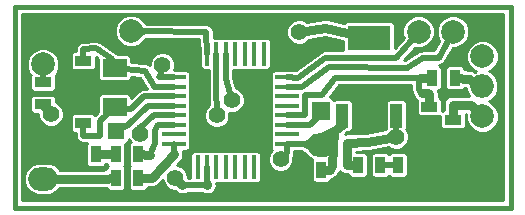
<source format=gtl>
G04 (created by PCBNEW-RS274X (2011-05-25)-stable) date Thu 12 Dec 2013 15:20:29 GMT*
G01*
G70*
G90*
%MOIN*%
G04 Gerber Fmt 3.4, Leading zero omitted, Abs format*
%FSLAX34Y34*%
G04 APERTURE LIST*
%ADD10C,0.006000*%
%ADD11C,0.015000*%
%ADD12R,0.078700X0.017700*%
%ADD13R,0.017700X0.078700*%
%ADD14R,0.080000X0.060000*%
%ADD15R,0.035000X0.055000*%
%ADD16R,0.055000X0.035000*%
%ADD17R,0.055000X0.055000*%
%ADD18C,0.078700*%
%ADD19O,0.098400X0.078700*%
%ADD20R,0.144000X0.080000*%
%ADD21R,0.040000X0.080000*%
%ADD22R,0.078700X0.078700*%
%ADD23O,0.078700X0.078700*%
%ADD24R,0.098400X0.078700*%
%ADD25R,0.059100X0.059100*%
%ADD26C,0.055100*%
%ADD27C,0.031500*%
%ADD28C,0.019700*%
%ADD29C,0.023600*%
%ADD30C,0.010000*%
G04 APERTURE END LIST*
G54D10*
G54D11*
X49016Y-40354D02*
X49016Y-33661D01*
X65551Y-40354D02*
X49016Y-40354D01*
X65551Y-33661D02*
X65551Y-40354D01*
X49016Y-33661D02*
X65551Y-33661D01*
G54D12*
X54324Y-38219D03*
X54324Y-37904D03*
X54324Y-37589D03*
X54324Y-37274D03*
X54324Y-36959D03*
X54324Y-36644D03*
X54324Y-36329D03*
X54324Y-36014D03*
X58090Y-36016D03*
X58090Y-38226D03*
X58090Y-37906D03*
X58090Y-37586D03*
X58090Y-37276D03*
X58090Y-36956D03*
X58090Y-36646D03*
X58090Y-36326D03*
G54D13*
X55108Y-35226D03*
X55422Y-35226D03*
X55738Y-35226D03*
X56052Y-35226D03*
X56368Y-35226D03*
X56682Y-35226D03*
X56998Y-35226D03*
X57312Y-35226D03*
X55110Y-39006D03*
X55420Y-39006D03*
X55740Y-39006D03*
X56050Y-39006D03*
X56360Y-39006D03*
X56680Y-39006D03*
X57000Y-39006D03*
X57320Y-39006D03*
G54D14*
X52346Y-36993D03*
X52346Y-35693D03*
G54D15*
X61202Y-38937D03*
X60452Y-38937D03*
X62932Y-36024D03*
X63682Y-36024D03*
X53131Y-38583D03*
X52381Y-38583D03*
G54D16*
X62834Y-36987D03*
X62834Y-37737D03*
X49961Y-36160D03*
X49961Y-36910D03*
G54D15*
X52381Y-39370D03*
X53131Y-39370D03*
X51714Y-38583D03*
X50964Y-38583D03*
G54D16*
X51299Y-37540D03*
X51299Y-36790D03*
X51299Y-35452D03*
X51299Y-36202D03*
X63622Y-37420D03*
X63622Y-38170D03*
G54D15*
X59233Y-39094D03*
X58483Y-39094D03*
X61790Y-38937D03*
X62540Y-38937D03*
G54D17*
X52402Y-37795D03*
G54D18*
X63622Y-34488D03*
X62480Y-34488D03*
G54D19*
X59260Y-38256D03*
G54D18*
X52898Y-34461D03*
G54D20*
X60827Y-34684D03*
G54D21*
X60827Y-37284D03*
X61727Y-37284D03*
X59927Y-37284D03*
G54D22*
X64606Y-38311D03*
G54D18*
X64606Y-37311D03*
G54D23*
X64606Y-36311D03*
G54D18*
X64606Y-35311D03*
G54D24*
X49961Y-34579D03*
G54D18*
X49961Y-35579D03*
G54D24*
X49961Y-38398D03*
G54D19*
X49961Y-39398D03*
G54D25*
X59213Y-37126D03*
G54D26*
X61732Y-37992D03*
X56260Y-36772D03*
X55748Y-37283D03*
X58492Y-34500D03*
X57874Y-38740D03*
X53205Y-37886D03*
X53937Y-35591D03*
X57890Y-34969D03*
X58913Y-35059D03*
X50827Y-34567D03*
X53661Y-35000D03*
X54646Y-35472D03*
X57874Y-39449D03*
X54370Y-39370D03*
X50224Y-37236D03*
G54D27*
X63622Y-37420D02*
X63622Y-36929D01*
X63622Y-36929D02*
X64224Y-36929D01*
X64224Y-36929D02*
X64606Y-37311D01*
G54D28*
X61732Y-37992D02*
X61727Y-37948D01*
G54D27*
X60452Y-38937D02*
X60082Y-38937D01*
X60079Y-38189D02*
X60768Y-38169D01*
X60082Y-38937D02*
X60079Y-38189D01*
X60768Y-38169D02*
X61732Y-37992D01*
G54D28*
X61727Y-37948D02*
X61727Y-37284D01*
X55395Y-34489D02*
X55422Y-35226D01*
G54D27*
X52898Y-34461D02*
X53227Y-34476D01*
G54D28*
X53227Y-34476D02*
X55395Y-34489D01*
X49961Y-36160D02*
X49961Y-35579D01*
G54D27*
X49961Y-39398D02*
X51936Y-39398D01*
X51936Y-39398D02*
X52381Y-39370D01*
X63682Y-36024D02*
X64173Y-36063D01*
X64594Y-36299D02*
X64606Y-36311D01*
X64173Y-36063D02*
X64594Y-36299D01*
G54D28*
X54324Y-36959D02*
X53469Y-36959D01*
X53469Y-36959D02*
X52779Y-37607D01*
X52779Y-37607D02*
X52402Y-37795D01*
X56052Y-35226D02*
X56052Y-36052D01*
X56052Y-36052D02*
X56260Y-36772D01*
X55738Y-35226D02*
X55738Y-36328D01*
X55738Y-36328D02*
X55748Y-37283D01*
X58090Y-36016D02*
X58465Y-36024D01*
X61738Y-35356D02*
X62480Y-34488D01*
X59362Y-35356D02*
X61738Y-35356D01*
X58465Y-36024D02*
X59362Y-35356D01*
X58090Y-36326D02*
X58583Y-36339D01*
X58583Y-36339D02*
X59488Y-35669D01*
X59488Y-35669D02*
X62100Y-35696D01*
X62100Y-35696D02*
X62638Y-35354D01*
X62638Y-35354D02*
X63150Y-35354D01*
X63150Y-35354D02*
X63622Y-34488D01*
X59260Y-38256D02*
X59488Y-38228D01*
X59488Y-38228D02*
X59626Y-38366D01*
G54D27*
X59370Y-34370D02*
X58492Y-34500D01*
X60827Y-34684D02*
X59370Y-34370D01*
G54D28*
X58090Y-38226D02*
X58090Y-38524D01*
X58090Y-38524D02*
X57874Y-38740D01*
X54324Y-36014D02*
X53828Y-36014D01*
X53858Y-35984D02*
X53937Y-35591D01*
X53828Y-36014D02*
X53858Y-35984D01*
X54324Y-37274D02*
X53644Y-37274D01*
X53644Y-37274D02*
X53205Y-37713D01*
G54D27*
X53205Y-37713D02*
X53205Y-37886D01*
G54D28*
X58581Y-38226D02*
X58090Y-38226D01*
G54D27*
X59646Y-37795D02*
X58741Y-38228D01*
G54D28*
X58741Y-38228D02*
X58581Y-38226D01*
G54D27*
X59526Y-39093D02*
X59233Y-39094D01*
X59606Y-38937D02*
X59526Y-39093D01*
X59626Y-38366D02*
X59606Y-38937D01*
X59646Y-37795D02*
X59626Y-38366D01*
X59927Y-37284D02*
X59927Y-37593D01*
X59927Y-37593D02*
X59646Y-37795D01*
G54D29*
X57890Y-34969D02*
X57991Y-34921D01*
G54D28*
X57991Y-34921D02*
X58913Y-35059D01*
G54D27*
X50964Y-38583D02*
X50527Y-38583D01*
X50527Y-38583D02*
X50342Y-38398D01*
G54D28*
X49961Y-38398D02*
X50342Y-38398D01*
G54D27*
X50342Y-38398D02*
X50709Y-37756D01*
G54D28*
X50709Y-36379D02*
X50709Y-37756D01*
X50709Y-35303D02*
X50709Y-35354D01*
X51299Y-36456D02*
X51299Y-36790D01*
G54D27*
X53661Y-35000D02*
X53740Y-34921D01*
X53740Y-34921D02*
X53465Y-35157D01*
G54D28*
X53465Y-35157D02*
X52480Y-35157D01*
X52480Y-35157D02*
X51890Y-34567D01*
G54D27*
X51890Y-34567D02*
X50827Y-34567D01*
G54D28*
X51299Y-36456D02*
X51299Y-36202D01*
G54D27*
X51339Y-36496D02*
X51299Y-36456D01*
X50709Y-36379D02*
X50826Y-36496D01*
X50826Y-36496D02*
X51339Y-36496D01*
G54D28*
X50709Y-35157D02*
X50709Y-35354D01*
X50709Y-35354D02*
X50709Y-36379D01*
X50827Y-34567D02*
X50709Y-35157D01*
G54D27*
X54646Y-35472D02*
X54331Y-34921D01*
X54331Y-34921D02*
X53661Y-35000D01*
G54D28*
X55108Y-35226D02*
X54656Y-35226D01*
G54D27*
X54656Y-35226D02*
X54646Y-35472D01*
G54D28*
X58483Y-39094D02*
X57874Y-39449D01*
X57874Y-39449D02*
X57638Y-39606D01*
X57638Y-39606D02*
X57323Y-39606D01*
X57323Y-39606D02*
X57320Y-39006D01*
G54D27*
X63071Y-38307D02*
X62283Y-38307D01*
X62283Y-38307D02*
X62244Y-38268D01*
G54D28*
X62244Y-38268D02*
X62244Y-36614D01*
X62244Y-36614D02*
X62087Y-36457D01*
G54D27*
X62087Y-36457D02*
X60905Y-36457D01*
X60905Y-36457D02*
X60827Y-36535D01*
X60827Y-36535D02*
X60827Y-37284D01*
G54D28*
X62834Y-37737D02*
X62834Y-38031D01*
X63071Y-38268D02*
X63071Y-38307D01*
X63071Y-38307D02*
X63071Y-38622D01*
X62834Y-38031D02*
X63071Y-38268D01*
G54D27*
X64173Y-38622D02*
X63622Y-38622D01*
X64484Y-38311D02*
X64173Y-38622D01*
X64606Y-38311D02*
X64484Y-38311D01*
G54D28*
X63622Y-38170D02*
X63622Y-38622D01*
G54D27*
X62913Y-38937D02*
X62540Y-38937D01*
X63071Y-38622D02*
X62913Y-38937D01*
X63622Y-38622D02*
X63071Y-38622D01*
X52381Y-38583D02*
X51714Y-38583D01*
G54D28*
X61790Y-38937D02*
X61202Y-38937D01*
G54D27*
X53131Y-38583D02*
X53535Y-38606D01*
G54D28*
X53535Y-38606D02*
X53676Y-38185D01*
X53676Y-38185D02*
X53701Y-37756D01*
X53701Y-37756D02*
X53780Y-37598D01*
X53780Y-37598D02*
X54324Y-37589D01*
X51299Y-35452D02*
X51299Y-35079D01*
X52244Y-35394D02*
X52346Y-35693D01*
X51732Y-35039D02*
X52244Y-35394D01*
X51299Y-35079D02*
X51732Y-35039D01*
X54324Y-36329D02*
X53671Y-36329D01*
X53346Y-35787D02*
X52346Y-35693D01*
X53642Y-36300D02*
X53346Y-35787D01*
X53671Y-36329D02*
X53642Y-36300D01*
X58090Y-37276D02*
X58697Y-37280D01*
X59685Y-36024D02*
X62520Y-36024D01*
X58701Y-36614D02*
X59252Y-36614D01*
X59252Y-36614D02*
X59685Y-36024D01*
X58697Y-37280D02*
X58701Y-36614D01*
G54D27*
X62834Y-36987D02*
X62834Y-36575D01*
X62834Y-36575D02*
X62794Y-36535D01*
X62794Y-36535D02*
X62598Y-36535D01*
G54D28*
X62598Y-36535D02*
X62480Y-36417D01*
X62480Y-36417D02*
X62480Y-36064D01*
G54D27*
X62480Y-36064D02*
X62520Y-36024D01*
X62520Y-36024D02*
X62932Y-36024D01*
G54D28*
X55420Y-39006D02*
X55433Y-39567D01*
G54D27*
X55433Y-39567D02*
X55434Y-39606D01*
G54D28*
X55434Y-39606D02*
X54606Y-39606D01*
G54D27*
X54606Y-39606D02*
X54370Y-39370D01*
G54D28*
X49961Y-37008D02*
X49961Y-36910D01*
X50224Y-37236D02*
X49961Y-37008D01*
X58090Y-37586D02*
X58871Y-37586D01*
X59213Y-37244D02*
X59213Y-37126D01*
X58871Y-37586D02*
X59213Y-37244D01*
G54D27*
X53131Y-39370D02*
X53583Y-39370D01*
G54D28*
X54331Y-38583D02*
X54324Y-38219D01*
G54D27*
X53583Y-39370D02*
X54331Y-38583D01*
G54D28*
X51299Y-37540D02*
X51299Y-37953D01*
X51850Y-37462D02*
X52346Y-36993D01*
X51850Y-37953D02*
X51850Y-37462D01*
X51299Y-37953D02*
X51850Y-37953D01*
X54324Y-36644D02*
X53317Y-36644D01*
X52894Y-37067D02*
X52346Y-36993D01*
X53317Y-36644D02*
X52894Y-37067D01*
G54D10*
G36*
X65304Y-40107D02*
X65148Y-40107D01*
X65148Y-37420D01*
X65148Y-37204D01*
X65066Y-37005D01*
X64914Y-36852D01*
X64815Y-36810D01*
X64907Y-36773D01*
X65057Y-36624D01*
X65139Y-36428D01*
X65139Y-36216D01*
X65139Y-36196D01*
X65058Y-36000D01*
X64909Y-35850D01*
X64815Y-35810D01*
X64912Y-35771D01*
X65065Y-35619D01*
X65148Y-35420D01*
X65148Y-35204D01*
X65066Y-35005D01*
X64914Y-34852D01*
X64715Y-34769D01*
X64499Y-34769D01*
X64300Y-34851D01*
X64147Y-35003D01*
X64064Y-35202D01*
X64064Y-35418D01*
X64146Y-35617D01*
X64298Y-35770D01*
X64396Y-35811D01*
X64370Y-35821D01*
X64323Y-35795D01*
X64315Y-35792D01*
X64311Y-35789D01*
X64266Y-35776D01*
X64210Y-35758D01*
X64202Y-35758D01*
X64197Y-35757D01*
X64006Y-35741D01*
X64006Y-35719D01*
X63983Y-35664D01*
X63941Y-35622D01*
X63886Y-35600D01*
X63827Y-35600D01*
X63477Y-35600D01*
X63422Y-35623D01*
X63380Y-35665D01*
X63358Y-35720D01*
X63358Y-35779D01*
X63358Y-36329D01*
X63381Y-36384D01*
X63423Y-36426D01*
X63478Y-36448D01*
X63537Y-36448D01*
X63887Y-36448D01*
X63942Y-36425D01*
X63984Y-36383D01*
X63994Y-36356D01*
X64073Y-36363D01*
X64073Y-36406D01*
X64073Y-36426D01*
X64154Y-36622D01*
X63622Y-36622D01*
X63505Y-36645D01*
X63405Y-36712D01*
X63338Y-36812D01*
X63315Y-36929D01*
X63315Y-37096D01*
X63262Y-37119D01*
X63258Y-37123D01*
X63258Y-36782D01*
X63235Y-36727D01*
X63193Y-36685D01*
X63141Y-36664D01*
X63141Y-36575D01*
X63118Y-36458D01*
X63117Y-36457D01*
X63111Y-36448D01*
X63137Y-36448D01*
X63192Y-36425D01*
X63234Y-36383D01*
X63256Y-36328D01*
X63256Y-36269D01*
X63256Y-35719D01*
X63233Y-35664D01*
X63191Y-35622D01*
X63141Y-35602D01*
X63150Y-35602D01*
X63188Y-35594D01*
X63220Y-35591D01*
X63229Y-35586D01*
X63245Y-35583D01*
X63274Y-35563D01*
X63306Y-35547D01*
X63315Y-35535D01*
X63325Y-35529D01*
X63341Y-35504D01*
X63368Y-35473D01*
X63609Y-35030D01*
X63729Y-35030D01*
X63928Y-34948D01*
X64081Y-34796D01*
X64164Y-34597D01*
X64164Y-34381D01*
X64082Y-34182D01*
X63930Y-34029D01*
X63731Y-33946D01*
X63515Y-33946D01*
X63316Y-34028D01*
X63163Y-34180D01*
X63080Y-34379D01*
X63080Y-34595D01*
X63162Y-34794D01*
X63168Y-34800D01*
X63002Y-35106D01*
X62638Y-35106D01*
X62614Y-35110D01*
X62595Y-35110D01*
X62570Y-35119D01*
X62543Y-35125D01*
X62524Y-35137D01*
X62505Y-35145D01*
X62029Y-35447D01*
X61986Y-35446D01*
X62350Y-35021D01*
X62371Y-35030D01*
X62587Y-35030D01*
X62786Y-34948D01*
X62939Y-34796D01*
X63022Y-34597D01*
X63022Y-34381D01*
X62940Y-34182D01*
X62788Y-34029D01*
X62589Y-33946D01*
X62373Y-33946D01*
X62174Y-34028D01*
X62021Y-34180D01*
X61938Y-34379D01*
X61938Y-34595D01*
X61978Y-34692D01*
X61696Y-35022D01*
X61696Y-34254D01*
X61673Y-34199D01*
X61631Y-34157D01*
X61576Y-34135D01*
X61517Y-34135D01*
X60077Y-34135D01*
X60022Y-34158D01*
X59989Y-34190D01*
X59444Y-34072D01*
X59435Y-34070D01*
X59370Y-34068D01*
X59325Y-34067D01*
X59317Y-34068D01*
X59316Y-34068D01*
X59314Y-34068D01*
X58745Y-34152D01*
X58733Y-34140D01*
X58577Y-34075D01*
X58408Y-34075D01*
X58252Y-34139D01*
X58132Y-34259D01*
X58067Y-34415D01*
X58067Y-34584D01*
X58131Y-34740D01*
X58251Y-34860D01*
X58407Y-34925D01*
X58576Y-34925D01*
X58732Y-34861D01*
X58832Y-34760D01*
X59360Y-34681D01*
X59958Y-34811D01*
X59958Y-35108D01*
X59362Y-35108D01*
X59333Y-35113D01*
X59301Y-35115D01*
X59282Y-35123D01*
X59267Y-35127D01*
X59245Y-35141D01*
X59213Y-35157D01*
X58385Y-35774D01*
X58095Y-35768D01*
X58033Y-35779D01*
X57667Y-35779D01*
X57612Y-35802D01*
X57570Y-35844D01*
X57549Y-35896D01*
X57549Y-35648D01*
X57549Y-35589D01*
X57549Y-34803D01*
X57526Y-34748D01*
X57484Y-34706D01*
X57429Y-34684D01*
X57370Y-34684D01*
X57194Y-34684D01*
X57155Y-34700D01*
X57115Y-34684D01*
X57056Y-34684D01*
X56880Y-34684D01*
X56840Y-34700D01*
X56799Y-34684D01*
X56740Y-34684D01*
X56564Y-34684D01*
X56525Y-34700D01*
X56485Y-34684D01*
X56426Y-34684D01*
X56250Y-34684D01*
X56210Y-34700D01*
X56169Y-34684D01*
X56110Y-34684D01*
X55934Y-34684D01*
X55895Y-34700D01*
X55855Y-34684D01*
X55796Y-34684D01*
X55650Y-34684D01*
X55643Y-34489D01*
X55643Y-34480D01*
X55633Y-34439D01*
X55624Y-34394D01*
X55620Y-34389D01*
X55620Y-34386D01*
X55608Y-34369D01*
X55571Y-34313D01*
X55563Y-34308D01*
X55491Y-34259D01*
X55482Y-34257D01*
X55479Y-34256D01*
X55396Y-34239D01*
X53398Y-34228D01*
X53384Y-34218D01*
X53358Y-34155D01*
X53206Y-34002D01*
X53007Y-33919D01*
X52791Y-33919D01*
X52592Y-34001D01*
X52439Y-34153D01*
X52356Y-34352D01*
X52356Y-34568D01*
X52438Y-34767D01*
X52590Y-34920D01*
X52789Y-35003D01*
X53005Y-35003D01*
X53204Y-34921D01*
X53357Y-34769D01*
X53367Y-34742D01*
X53397Y-34724D01*
X55155Y-34733D01*
X55174Y-35235D01*
X55185Y-35279D01*
X55185Y-35649D01*
X55208Y-35704D01*
X55250Y-35746D01*
X55305Y-35768D01*
X55364Y-35768D01*
X55490Y-35768D01*
X55490Y-36328D01*
X55490Y-36329D01*
X55490Y-36331D01*
X55496Y-36933D01*
X55388Y-37042D01*
X55323Y-37198D01*
X55323Y-37367D01*
X55387Y-37523D01*
X55507Y-37643D01*
X55663Y-37708D01*
X55832Y-37708D01*
X55988Y-37644D01*
X56108Y-37524D01*
X56173Y-37368D01*
X56173Y-37199D01*
X56171Y-37195D01*
X56175Y-37197D01*
X56344Y-37197D01*
X56500Y-37133D01*
X56620Y-37013D01*
X56685Y-36857D01*
X56685Y-36688D01*
X56621Y-36532D01*
X56501Y-36412D01*
X56402Y-36370D01*
X56300Y-36017D01*
X56300Y-35768D01*
X56310Y-35768D01*
X56486Y-35768D01*
X56524Y-35751D01*
X56565Y-35768D01*
X56624Y-35768D01*
X56800Y-35768D01*
X56839Y-35751D01*
X56881Y-35768D01*
X56940Y-35768D01*
X57116Y-35768D01*
X57154Y-35751D01*
X57195Y-35768D01*
X57254Y-35768D01*
X57430Y-35768D01*
X57485Y-35745D01*
X57527Y-35703D01*
X57549Y-35648D01*
X57549Y-35896D01*
X57548Y-35899D01*
X57548Y-35958D01*
X57548Y-36134D01*
X57563Y-36170D01*
X57548Y-36209D01*
X57548Y-36268D01*
X57548Y-36444D01*
X57565Y-36485D01*
X57548Y-36529D01*
X57548Y-36588D01*
X57548Y-36764D01*
X57563Y-36800D01*
X57548Y-36839D01*
X57548Y-36898D01*
X57548Y-37074D01*
X57565Y-37115D01*
X57548Y-37159D01*
X57548Y-37218D01*
X57548Y-37394D01*
X57563Y-37430D01*
X57548Y-37469D01*
X57548Y-37528D01*
X57548Y-37704D01*
X57565Y-37745D01*
X57548Y-37789D01*
X57548Y-37848D01*
X57548Y-38024D01*
X57565Y-38065D01*
X57548Y-38109D01*
X57548Y-38168D01*
X57548Y-38344D01*
X57571Y-38399D01*
X57592Y-38420D01*
X57514Y-38499D01*
X57449Y-38655D01*
X57449Y-38824D01*
X57513Y-38980D01*
X57633Y-39100D01*
X57789Y-39165D01*
X57958Y-39165D01*
X58114Y-39101D01*
X58234Y-38981D01*
X58299Y-38825D01*
X58299Y-38656D01*
X58297Y-38651D01*
X58319Y-38619D01*
X58337Y-38524D01*
X58338Y-38524D01*
X58338Y-38474D01*
X58565Y-38474D01*
X58639Y-38517D01*
X58683Y-38523D01*
X58697Y-38557D01*
X58846Y-38707D01*
X58928Y-38741D01*
X58909Y-38790D01*
X58909Y-38849D01*
X58909Y-39399D01*
X58932Y-39454D01*
X58974Y-39496D01*
X59029Y-39518D01*
X59088Y-39518D01*
X59438Y-39518D01*
X59493Y-39495D01*
X59535Y-39453D01*
X59557Y-39398D01*
X59557Y-39394D01*
X59578Y-39389D01*
X59620Y-39385D01*
X59629Y-39379D01*
X59644Y-39377D01*
X59682Y-39350D01*
X59726Y-39327D01*
X59735Y-39314D01*
X59744Y-39309D01*
X59766Y-39274D01*
X59799Y-39233D01*
X59810Y-39209D01*
X59850Y-39133D01*
X59865Y-39155D01*
X59925Y-39194D01*
X59965Y-39221D01*
X59966Y-39221D01*
X60082Y-39244D01*
X60083Y-39244D01*
X60128Y-39244D01*
X60151Y-39297D01*
X60193Y-39339D01*
X60248Y-39361D01*
X60307Y-39361D01*
X60657Y-39361D01*
X60712Y-39338D01*
X60754Y-39296D01*
X60776Y-39241D01*
X60776Y-39182D01*
X60776Y-38632D01*
X60753Y-38577D01*
X60711Y-38535D01*
X60656Y-38513D01*
X60597Y-38513D01*
X60387Y-38513D01*
X60387Y-38486D01*
X60777Y-38475D01*
X60796Y-38470D01*
X60823Y-38471D01*
X61487Y-38348D01*
X61491Y-38352D01*
X61647Y-38417D01*
X61816Y-38417D01*
X61972Y-38353D01*
X62092Y-38233D01*
X62157Y-38077D01*
X62157Y-37908D01*
X62093Y-37752D01*
X62069Y-37728D01*
X62076Y-37713D01*
X62076Y-37654D01*
X62076Y-36854D01*
X62053Y-36799D01*
X62011Y-36757D01*
X61956Y-36735D01*
X61897Y-36735D01*
X61497Y-36735D01*
X61442Y-36758D01*
X61400Y-36800D01*
X61378Y-36855D01*
X61378Y-36914D01*
X61378Y-37714D01*
X61387Y-37735D01*
X61378Y-37744D01*
X60736Y-37862D01*
X60070Y-37882D01*
X60040Y-37888D01*
X60106Y-37842D01*
X60114Y-37833D01*
X60157Y-37833D01*
X60212Y-37810D01*
X60254Y-37768D01*
X60276Y-37713D01*
X60276Y-37654D01*
X60276Y-36854D01*
X60253Y-36799D01*
X60211Y-36757D01*
X60156Y-36735D01*
X60097Y-36735D01*
X59697Y-36735D01*
X59642Y-36758D01*
X59639Y-36760D01*
X59634Y-36746D01*
X59592Y-36704D01*
X59537Y-36682D01*
X59510Y-36682D01*
X59811Y-36272D01*
X62232Y-36272D01*
X62232Y-36417D01*
X62251Y-36512D01*
X62301Y-36586D01*
X62314Y-36652D01*
X62381Y-36752D01*
X62413Y-36773D01*
X62410Y-36783D01*
X62410Y-36842D01*
X62410Y-37192D01*
X62433Y-37247D01*
X62475Y-37289D01*
X62530Y-37311D01*
X62589Y-37311D01*
X63139Y-37311D01*
X63194Y-37288D01*
X63198Y-37284D01*
X63198Y-37625D01*
X63221Y-37680D01*
X63263Y-37722D01*
X63318Y-37744D01*
X63377Y-37744D01*
X63927Y-37744D01*
X63982Y-37721D01*
X64024Y-37679D01*
X64046Y-37624D01*
X64046Y-37565D01*
X64046Y-37236D01*
X64064Y-37236D01*
X64064Y-37418D01*
X64146Y-37617D01*
X64298Y-37770D01*
X64497Y-37853D01*
X64713Y-37853D01*
X64912Y-37771D01*
X65065Y-37619D01*
X65148Y-37420D01*
X65148Y-40107D01*
X62114Y-40107D01*
X62114Y-39241D01*
X62114Y-39182D01*
X62114Y-38632D01*
X62091Y-38577D01*
X62049Y-38535D01*
X61994Y-38513D01*
X61935Y-38513D01*
X61585Y-38513D01*
X61530Y-38536D01*
X61496Y-38570D01*
X61461Y-38535D01*
X61406Y-38513D01*
X61347Y-38513D01*
X60997Y-38513D01*
X60942Y-38536D01*
X60900Y-38578D01*
X60878Y-38633D01*
X60878Y-38692D01*
X60878Y-39242D01*
X60901Y-39297D01*
X60943Y-39339D01*
X60998Y-39361D01*
X61057Y-39361D01*
X61407Y-39361D01*
X61462Y-39338D01*
X61496Y-39304D01*
X61531Y-39339D01*
X61586Y-39361D01*
X61645Y-39361D01*
X61995Y-39361D01*
X62050Y-39338D01*
X62092Y-39296D01*
X62114Y-39241D01*
X62114Y-40107D01*
X57237Y-40107D01*
X57237Y-39428D01*
X57237Y-39369D01*
X57237Y-38583D01*
X57214Y-38528D01*
X57172Y-38486D01*
X57117Y-38464D01*
X57058Y-38464D01*
X56882Y-38464D01*
X56840Y-38481D01*
X56797Y-38464D01*
X56738Y-38464D01*
X56562Y-38464D01*
X56520Y-38481D01*
X56477Y-38464D01*
X56418Y-38464D01*
X56242Y-38464D01*
X56205Y-38479D01*
X56167Y-38464D01*
X56108Y-38464D01*
X55932Y-38464D01*
X55895Y-38479D01*
X55857Y-38464D01*
X55798Y-38464D01*
X55622Y-38464D01*
X55580Y-38481D01*
X55537Y-38464D01*
X55478Y-38464D01*
X55302Y-38464D01*
X55265Y-38479D01*
X55227Y-38464D01*
X55168Y-38464D01*
X54992Y-38464D01*
X54937Y-38487D01*
X54895Y-38529D01*
X54873Y-38584D01*
X54873Y-38643D01*
X54873Y-39358D01*
X54795Y-39358D01*
X54795Y-39286D01*
X54731Y-39130D01*
X54611Y-39010D01*
X54455Y-38945D01*
X54409Y-38945D01*
X54553Y-38794D01*
X54616Y-38694D01*
X54637Y-38575D01*
X54610Y-38457D01*
X54609Y-38456D01*
X54747Y-38456D01*
X54802Y-38433D01*
X54844Y-38391D01*
X54866Y-38336D01*
X54866Y-38277D01*
X54866Y-38101D01*
X54849Y-38061D01*
X54866Y-38021D01*
X54866Y-37962D01*
X54866Y-37786D01*
X54849Y-37746D01*
X54866Y-37706D01*
X54866Y-37647D01*
X54866Y-37471D01*
X54849Y-37431D01*
X54866Y-37391D01*
X54866Y-37332D01*
X54866Y-37156D01*
X54849Y-37116D01*
X54866Y-37076D01*
X54866Y-37017D01*
X54866Y-36841D01*
X54849Y-36801D01*
X54866Y-36761D01*
X54866Y-36702D01*
X54866Y-36526D01*
X54849Y-36486D01*
X54866Y-36446D01*
X54866Y-36387D01*
X54866Y-36211D01*
X54849Y-36171D01*
X54866Y-36131D01*
X54866Y-36072D01*
X54866Y-35896D01*
X54843Y-35841D01*
X54801Y-35799D01*
X54746Y-35777D01*
X54687Y-35777D01*
X54379Y-35777D01*
X54324Y-35766D01*
X54362Y-35676D01*
X54362Y-35507D01*
X54298Y-35351D01*
X54178Y-35231D01*
X54022Y-35166D01*
X53853Y-35166D01*
X53697Y-35230D01*
X53577Y-35350D01*
X53512Y-35506D01*
X53512Y-35607D01*
X53497Y-35590D01*
X53476Y-35580D01*
X53462Y-35568D01*
X53435Y-35560D01*
X53410Y-35548D01*
X53387Y-35546D01*
X53369Y-35541D01*
X52895Y-35495D01*
X52895Y-35363D01*
X52872Y-35308D01*
X52830Y-35266D01*
X52775Y-35244D01*
X52716Y-35244D01*
X52438Y-35244D01*
X52438Y-35243D01*
X52430Y-35230D01*
X52408Y-35213D01*
X52385Y-35190D01*
X51873Y-34835D01*
X51837Y-34820D01*
X51805Y-34802D01*
X51792Y-34800D01*
X51784Y-34797D01*
X51753Y-34796D01*
X51708Y-34792D01*
X51276Y-34832D01*
X51240Y-34842D01*
X51204Y-34850D01*
X51194Y-34856D01*
X51183Y-34860D01*
X51155Y-34883D01*
X51124Y-34904D01*
X51116Y-34914D01*
X51109Y-34921D01*
X51093Y-34949D01*
X51070Y-34984D01*
X51067Y-34995D01*
X51062Y-35006D01*
X51058Y-35043D01*
X51051Y-35079D01*
X51051Y-35128D01*
X50994Y-35128D01*
X50939Y-35151D01*
X50897Y-35193D01*
X50875Y-35248D01*
X50875Y-35307D01*
X50875Y-35657D01*
X50898Y-35712D01*
X50940Y-35754D01*
X50995Y-35776D01*
X51054Y-35776D01*
X51604Y-35776D01*
X51659Y-35753D01*
X51701Y-35711D01*
X51723Y-35656D01*
X51723Y-35597D01*
X51723Y-35334D01*
X51797Y-35385D01*
X51797Y-35423D01*
X51797Y-36023D01*
X51820Y-36078D01*
X51862Y-36120D01*
X51917Y-36142D01*
X51976Y-36142D01*
X52776Y-36142D01*
X52831Y-36119D01*
X52873Y-36077D01*
X52895Y-36022D01*
X52895Y-35993D01*
X53195Y-36022D01*
X53410Y-36396D01*
X53317Y-36396D01*
X53222Y-36415D01*
X53141Y-36469D01*
X52895Y-36715D01*
X52895Y-36663D01*
X52872Y-36608D01*
X52830Y-36566D01*
X52775Y-36544D01*
X52716Y-36544D01*
X51916Y-36544D01*
X51861Y-36567D01*
X51819Y-36609D01*
X51797Y-36664D01*
X51797Y-36723D01*
X51797Y-37171D01*
X51691Y-37271D01*
X51658Y-37238D01*
X51603Y-37216D01*
X51544Y-37216D01*
X50994Y-37216D01*
X50939Y-37239D01*
X50897Y-37281D01*
X50875Y-37336D01*
X50875Y-37395D01*
X50875Y-37745D01*
X50898Y-37800D01*
X50940Y-37842D01*
X50995Y-37864D01*
X51051Y-37864D01*
X51051Y-37953D01*
X51070Y-38048D01*
X51124Y-38128D01*
X51204Y-38182D01*
X51299Y-38201D01*
X51435Y-38201D01*
X51412Y-38224D01*
X51390Y-38279D01*
X51390Y-38338D01*
X51390Y-38888D01*
X51413Y-38943D01*
X51455Y-38985D01*
X51510Y-39007D01*
X51569Y-39007D01*
X51919Y-39007D01*
X51974Y-38984D01*
X52016Y-38942D01*
X52036Y-38890D01*
X52057Y-38890D01*
X52080Y-38943D01*
X52113Y-38976D01*
X52079Y-39011D01*
X52057Y-39066D01*
X52057Y-39083D01*
X51932Y-39091D01*
X50649Y-39091D01*
X50649Y-37321D01*
X50649Y-37152D01*
X50585Y-36996D01*
X50503Y-36914D01*
X50503Y-35688D01*
X50503Y-35472D01*
X50421Y-35273D01*
X50269Y-35120D01*
X50070Y-35037D01*
X49854Y-35037D01*
X49655Y-35119D01*
X49502Y-35271D01*
X49419Y-35470D01*
X49419Y-35686D01*
X49501Y-35885D01*
X49546Y-35931D01*
X49537Y-35956D01*
X49537Y-36015D01*
X49537Y-36365D01*
X49560Y-36420D01*
X49602Y-36462D01*
X49657Y-36484D01*
X49716Y-36484D01*
X50266Y-36484D01*
X50321Y-36461D01*
X50363Y-36419D01*
X50385Y-36364D01*
X50385Y-36305D01*
X50385Y-35955D01*
X50375Y-35931D01*
X50420Y-35887D01*
X50503Y-35688D01*
X50503Y-36914D01*
X50465Y-36876D01*
X50385Y-36842D01*
X50385Y-36705D01*
X50362Y-36650D01*
X50320Y-36608D01*
X50265Y-36586D01*
X50206Y-36586D01*
X49656Y-36586D01*
X49601Y-36609D01*
X49559Y-36651D01*
X49537Y-36706D01*
X49537Y-36765D01*
X49537Y-37115D01*
X49560Y-37170D01*
X49602Y-37212D01*
X49657Y-37234D01*
X49716Y-37234D01*
X49799Y-37234D01*
X49799Y-37320D01*
X49863Y-37476D01*
X49983Y-37596D01*
X50139Y-37661D01*
X50308Y-37661D01*
X50464Y-37597D01*
X50584Y-37477D01*
X50649Y-37321D01*
X50649Y-39091D01*
X50518Y-39091D01*
X50375Y-38947D01*
X50179Y-38865D01*
X49967Y-38865D01*
X49745Y-38865D01*
X49549Y-38946D01*
X49399Y-39095D01*
X49317Y-39291D01*
X49317Y-39503D01*
X49398Y-39699D01*
X49547Y-39849D01*
X49743Y-39931D01*
X49955Y-39931D01*
X50177Y-39931D01*
X50373Y-39850D01*
X50518Y-39705D01*
X51936Y-39705D01*
X51946Y-39702D01*
X51955Y-39704D01*
X52066Y-39696D01*
X52080Y-39730D01*
X52122Y-39772D01*
X52177Y-39794D01*
X52236Y-39794D01*
X52586Y-39794D01*
X52641Y-39771D01*
X52683Y-39729D01*
X52705Y-39674D01*
X52705Y-39615D01*
X52705Y-39065D01*
X52682Y-39010D01*
X52648Y-38976D01*
X52683Y-38942D01*
X52705Y-38887D01*
X52705Y-38828D01*
X52705Y-38278D01*
X52682Y-38223D01*
X52678Y-38219D01*
X52707Y-38219D01*
X52762Y-38196D01*
X52804Y-38154D01*
X52826Y-38099D01*
X52826Y-38082D01*
X52844Y-38126D01*
X52891Y-38173D01*
X52871Y-38182D01*
X52829Y-38224D01*
X52807Y-38279D01*
X52807Y-38338D01*
X52807Y-38888D01*
X52830Y-38943D01*
X52863Y-38976D01*
X52829Y-39011D01*
X52807Y-39066D01*
X52807Y-39125D01*
X52807Y-39675D01*
X52830Y-39730D01*
X52872Y-39772D01*
X52927Y-39794D01*
X52986Y-39794D01*
X53336Y-39794D01*
X53391Y-39771D01*
X53433Y-39729D01*
X53453Y-39677D01*
X53583Y-39677D01*
X53586Y-39676D01*
X53591Y-39677D01*
X53637Y-39666D01*
X53700Y-39654D01*
X53704Y-39650D01*
X53708Y-39650D01*
X53747Y-39621D01*
X53800Y-39587D01*
X53802Y-39583D01*
X53806Y-39581D01*
X53945Y-39434D01*
X53945Y-39454D01*
X54009Y-39610D01*
X54129Y-39730D01*
X54285Y-39795D01*
X54360Y-39795D01*
X54388Y-39823D01*
X54487Y-39889D01*
X54605Y-39912D01*
X54724Y-39889D01*
X54776Y-39854D01*
X55262Y-39854D01*
X55324Y-39893D01*
X55442Y-39913D01*
X55558Y-39887D01*
X55657Y-39817D01*
X55721Y-39716D01*
X55741Y-39598D01*
X55740Y-39559D01*
X55737Y-39548D01*
X55858Y-39548D01*
X55894Y-39532D01*
X55933Y-39548D01*
X55992Y-39548D01*
X56168Y-39548D01*
X56204Y-39532D01*
X56243Y-39548D01*
X56302Y-39548D01*
X56478Y-39548D01*
X56519Y-39530D01*
X56563Y-39548D01*
X56622Y-39548D01*
X56798Y-39548D01*
X56839Y-39530D01*
X56883Y-39548D01*
X56942Y-39548D01*
X57118Y-39548D01*
X57173Y-39525D01*
X57215Y-39483D01*
X57237Y-39428D01*
X57237Y-40107D01*
X49263Y-40107D01*
X49263Y-33908D01*
X65304Y-33908D01*
X65304Y-40107D01*
X65304Y-40107D01*
G37*
G54D30*
X65304Y-40107D02*
X65148Y-40107D01*
X65148Y-37420D01*
X65148Y-37204D01*
X65066Y-37005D01*
X64914Y-36852D01*
X64815Y-36810D01*
X64907Y-36773D01*
X65057Y-36624D01*
X65139Y-36428D01*
X65139Y-36216D01*
X65139Y-36196D01*
X65058Y-36000D01*
X64909Y-35850D01*
X64815Y-35810D01*
X64912Y-35771D01*
X65065Y-35619D01*
X65148Y-35420D01*
X65148Y-35204D01*
X65066Y-35005D01*
X64914Y-34852D01*
X64715Y-34769D01*
X64499Y-34769D01*
X64300Y-34851D01*
X64147Y-35003D01*
X64064Y-35202D01*
X64064Y-35418D01*
X64146Y-35617D01*
X64298Y-35770D01*
X64396Y-35811D01*
X64370Y-35821D01*
X64323Y-35795D01*
X64315Y-35792D01*
X64311Y-35789D01*
X64266Y-35776D01*
X64210Y-35758D01*
X64202Y-35758D01*
X64197Y-35757D01*
X64006Y-35741D01*
X64006Y-35719D01*
X63983Y-35664D01*
X63941Y-35622D01*
X63886Y-35600D01*
X63827Y-35600D01*
X63477Y-35600D01*
X63422Y-35623D01*
X63380Y-35665D01*
X63358Y-35720D01*
X63358Y-35779D01*
X63358Y-36329D01*
X63381Y-36384D01*
X63423Y-36426D01*
X63478Y-36448D01*
X63537Y-36448D01*
X63887Y-36448D01*
X63942Y-36425D01*
X63984Y-36383D01*
X63994Y-36356D01*
X64073Y-36363D01*
X64073Y-36406D01*
X64073Y-36426D01*
X64154Y-36622D01*
X63622Y-36622D01*
X63505Y-36645D01*
X63405Y-36712D01*
X63338Y-36812D01*
X63315Y-36929D01*
X63315Y-37096D01*
X63262Y-37119D01*
X63258Y-37123D01*
X63258Y-36782D01*
X63235Y-36727D01*
X63193Y-36685D01*
X63141Y-36664D01*
X63141Y-36575D01*
X63118Y-36458D01*
X63117Y-36457D01*
X63111Y-36448D01*
X63137Y-36448D01*
X63192Y-36425D01*
X63234Y-36383D01*
X63256Y-36328D01*
X63256Y-36269D01*
X63256Y-35719D01*
X63233Y-35664D01*
X63191Y-35622D01*
X63141Y-35602D01*
X63150Y-35602D01*
X63188Y-35594D01*
X63220Y-35591D01*
X63229Y-35586D01*
X63245Y-35583D01*
X63274Y-35563D01*
X63306Y-35547D01*
X63315Y-35535D01*
X63325Y-35529D01*
X63341Y-35504D01*
X63368Y-35473D01*
X63609Y-35030D01*
X63729Y-35030D01*
X63928Y-34948D01*
X64081Y-34796D01*
X64164Y-34597D01*
X64164Y-34381D01*
X64082Y-34182D01*
X63930Y-34029D01*
X63731Y-33946D01*
X63515Y-33946D01*
X63316Y-34028D01*
X63163Y-34180D01*
X63080Y-34379D01*
X63080Y-34595D01*
X63162Y-34794D01*
X63168Y-34800D01*
X63002Y-35106D01*
X62638Y-35106D01*
X62614Y-35110D01*
X62595Y-35110D01*
X62570Y-35119D01*
X62543Y-35125D01*
X62524Y-35137D01*
X62505Y-35145D01*
X62029Y-35447D01*
X61986Y-35446D01*
X62350Y-35021D01*
X62371Y-35030D01*
X62587Y-35030D01*
X62786Y-34948D01*
X62939Y-34796D01*
X63022Y-34597D01*
X63022Y-34381D01*
X62940Y-34182D01*
X62788Y-34029D01*
X62589Y-33946D01*
X62373Y-33946D01*
X62174Y-34028D01*
X62021Y-34180D01*
X61938Y-34379D01*
X61938Y-34595D01*
X61978Y-34692D01*
X61696Y-35022D01*
X61696Y-34254D01*
X61673Y-34199D01*
X61631Y-34157D01*
X61576Y-34135D01*
X61517Y-34135D01*
X60077Y-34135D01*
X60022Y-34158D01*
X59989Y-34190D01*
X59444Y-34072D01*
X59435Y-34070D01*
X59370Y-34068D01*
X59325Y-34067D01*
X59317Y-34068D01*
X59316Y-34068D01*
X59314Y-34068D01*
X58745Y-34152D01*
X58733Y-34140D01*
X58577Y-34075D01*
X58408Y-34075D01*
X58252Y-34139D01*
X58132Y-34259D01*
X58067Y-34415D01*
X58067Y-34584D01*
X58131Y-34740D01*
X58251Y-34860D01*
X58407Y-34925D01*
X58576Y-34925D01*
X58732Y-34861D01*
X58832Y-34760D01*
X59360Y-34681D01*
X59958Y-34811D01*
X59958Y-35108D01*
X59362Y-35108D01*
X59333Y-35113D01*
X59301Y-35115D01*
X59282Y-35123D01*
X59267Y-35127D01*
X59245Y-35141D01*
X59213Y-35157D01*
X58385Y-35774D01*
X58095Y-35768D01*
X58033Y-35779D01*
X57667Y-35779D01*
X57612Y-35802D01*
X57570Y-35844D01*
X57549Y-35896D01*
X57549Y-35648D01*
X57549Y-35589D01*
X57549Y-34803D01*
X57526Y-34748D01*
X57484Y-34706D01*
X57429Y-34684D01*
X57370Y-34684D01*
X57194Y-34684D01*
X57155Y-34700D01*
X57115Y-34684D01*
X57056Y-34684D01*
X56880Y-34684D01*
X56840Y-34700D01*
X56799Y-34684D01*
X56740Y-34684D01*
X56564Y-34684D01*
X56525Y-34700D01*
X56485Y-34684D01*
X56426Y-34684D01*
X56250Y-34684D01*
X56210Y-34700D01*
X56169Y-34684D01*
X56110Y-34684D01*
X55934Y-34684D01*
X55895Y-34700D01*
X55855Y-34684D01*
X55796Y-34684D01*
X55650Y-34684D01*
X55643Y-34489D01*
X55643Y-34480D01*
X55633Y-34439D01*
X55624Y-34394D01*
X55620Y-34389D01*
X55620Y-34386D01*
X55608Y-34369D01*
X55571Y-34313D01*
X55563Y-34308D01*
X55491Y-34259D01*
X55482Y-34257D01*
X55479Y-34256D01*
X55396Y-34239D01*
X53398Y-34228D01*
X53384Y-34218D01*
X53358Y-34155D01*
X53206Y-34002D01*
X53007Y-33919D01*
X52791Y-33919D01*
X52592Y-34001D01*
X52439Y-34153D01*
X52356Y-34352D01*
X52356Y-34568D01*
X52438Y-34767D01*
X52590Y-34920D01*
X52789Y-35003D01*
X53005Y-35003D01*
X53204Y-34921D01*
X53357Y-34769D01*
X53367Y-34742D01*
X53397Y-34724D01*
X55155Y-34733D01*
X55174Y-35235D01*
X55185Y-35279D01*
X55185Y-35649D01*
X55208Y-35704D01*
X55250Y-35746D01*
X55305Y-35768D01*
X55364Y-35768D01*
X55490Y-35768D01*
X55490Y-36328D01*
X55490Y-36329D01*
X55490Y-36331D01*
X55496Y-36933D01*
X55388Y-37042D01*
X55323Y-37198D01*
X55323Y-37367D01*
X55387Y-37523D01*
X55507Y-37643D01*
X55663Y-37708D01*
X55832Y-37708D01*
X55988Y-37644D01*
X56108Y-37524D01*
X56173Y-37368D01*
X56173Y-37199D01*
X56171Y-37195D01*
X56175Y-37197D01*
X56344Y-37197D01*
X56500Y-37133D01*
X56620Y-37013D01*
X56685Y-36857D01*
X56685Y-36688D01*
X56621Y-36532D01*
X56501Y-36412D01*
X56402Y-36370D01*
X56300Y-36017D01*
X56300Y-35768D01*
X56310Y-35768D01*
X56486Y-35768D01*
X56524Y-35751D01*
X56565Y-35768D01*
X56624Y-35768D01*
X56800Y-35768D01*
X56839Y-35751D01*
X56881Y-35768D01*
X56940Y-35768D01*
X57116Y-35768D01*
X57154Y-35751D01*
X57195Y-35768D01*
X57254Y-35768D01*
X57430Y-35768D01*
X57485Y-35745D01*
X57527Y-35703D01*
X57549Y-35648D01*
X57549Y-35896D01*
X57548Y-35899D01*
X57548Y-35958D01*
X57548Y-36134D01*
X57563Y-36170D01*
X57548Y-36209D01*
X57548Y-36268D01*
X57548Y-36444D01*
X57565Y-36485D01*
X57548Y-36529D01*
X57548Y-36588D01*
X57548Y-36764D01*
X57563Y-36800D01*
X57548Y-36839D01*
X57548Y-36898D01*
X57548Y-37074D01*
X57565Y-37115D01*
X57548Y-37159D01*
X57548Y-37218D01*
X57548Y-37394D01*
X57563Y-37430D01*
X57548Y-37469D01*
X57548Y-37528D01*
X57548Y-37704D01*
X57565Y-37745D01*
X57548Y-37789D01*
X57548Y-37848D01*
X57548Y-38024D01*
X57565Y-38065D01*
X57548Y-38109D01*
X57548Y-38168D01*
X57548Y-38344D01*
X57571Y-38399D01*
X57592Y-38420D01*
X57514Y-38499D01*
X57449Y-38655D01*
X57449Y-38824D01*
X57513Y-38980D01*
X57633Y-39100D01*
X57789Y-39165D01*
X57958Y-39165D01*
X58114Y-39101D01*
X58234Y-38981D01*
X58299Y-38825D01*
X58299Y-38656D01*
X58297Y-38651D01*
X58319Y-38619D01*
X58337Y-38524D01*
X58338Y-38524D01*
X58338Y-38474D01*
X58565Y-38474D01*
X58639Y-38517D01*
X58683Y-38523D01*
X58697Y-38557D01*
X58846Y-38707D01*
X58928Y-38741D01*
X58909Y-38790D01*
X58909Y-38849D01*
X58909Y-39399D01*
X58932Y-39454D01*
X58974Y-39496D01*
X59029Y-39518D01*
X59088Y-39518D01*
X59438Y-39518D01*
X59493Y-39495D01*
X59535Y-39453D01*
X59557Y-39398D01*
X59557Y-39394D01*
X59578Y-39389D01*
X59620Y-39385D01*
X59629Y-39379D01*
X59644Y-39377D01*
X59682Y-39350D01*
X59726Y-39327D01*
X59735Y-39314D01*
X59744Y-39309D01*
X59766Y-39274D01*
X59799Y-39233D01*
X59810Y-39209D01*
X59850Y-39133D01*
X59865Y-39155D01*
X59925Y-39194D01*
X59965Y-39221D01*
X59966Y-39221D01*
X60082Y-39244D01*
X60083Y-39244D01*
X60128Y-39244D01*
X60151Y-39297D01*
X60193Y-39339D01*
X60248Y-39361D01*
X60307Y-39361D01*
X60657Y-39361D01*
X60712Y-39338D01*
X60754Y-39296D01*
X60776Y-39241D01*
X60776Y-39182D01*
X60776Y-38632D01*
X60753Y-38577D01*
X60711Y-38535D01*
X60656Y-38513D01*
X60597Y-38513D01*
X60387Y-38513D01*
X60387Y-38486D01*
X60777Y-38475D01*
X60796Y-38470D01*
X60823Y-38471D01*
X61487Y-38348D01*
X61491Y-38352D01*
X61647Y-38417D01*
X61816Y-38417D01*
X61972Y-38353D01*
X62092Y-38233D01*
X62157Y-38077D01*
X62157Y-37908D01*
X62093Y-37752D01*
X62069Y-37728D01*
X62076Y-37713D01*
X62076Y-37654D01*
X62076Y-36854D01*
X62053Y-36799D01*
X62011Y-36757D01*
X61956Y-36735D01*
X61897Y-36735D01*
X61497Y-36735D01*
X61442Y-36758D01*
X61400Y-36800D01*
X61378Y-36855D01*
X61378Y-36914D01*
X61378Y-37714D01*
X61387Y-37735D01*
X61378Y-37744D01*
X60736Y-37862D01*
X60070Y-37882D01*
X60040Y-37888D01*
X60106Y-37842D01*
X60114Y-37833D01*
X60157Y-37833D01*
X60212Y-37810D01*
X60254Y-37768D01*
X60276Y-37713D01*
X60276Y-37654D01*
X60276Y-36854D01*
X60253Y-36799D01*
X60211Y-36757D01*
X60156Y-36735D01*
X60097Y-36735D01*
X59697Y-36735D01*
X59642Y-36758D01*
X59639Y-36760D01*
X59634Y-36746D01*
X59592Y-36704D01*
X59537Y-36682D01*
X59510Y-36682D01*
X59811Y-36272D01*
X62232Y-36272D01*
X62232Y-36417D01*
X62251Y-36512D01*
X62301Y-36586D01*
X62314Y-36652D01*
X62381Y-36752D01*
X62413Y-36773D01*
X62410Y-36783D01*
X62410Y-36842D01*
X62410Y-37192D01*
X62433Y-37247D01*
X62475Y-37289D01*
X62530Y-37311D01*
X62589Y-37311D01*
X63139Y-37311D01*
X63194Y-37288D01*
X63198Y-37284D01*
X63198Y-37625D01*
X63221Y-37680D01*
X63263Y-37722D01*
X63318Y-37744D01*
X63377Y-37744D01*
X63927Y-37744D01*
X63982Y-37721D01*
X64024Y-37679D01*
X64046Y-37624D01*
X64046Y-37565D01*
X64046Y-37236D01*
X64064Y-37236D01*
X64064Y-37418D01*
X64146Y-37617D01*
X64298Y-37770D01*
X64497Y-37853D01*
X64713Y-37853D01*
X64912Y-37771D01*
X65065Y-37619D01*
X65148Y-37420D01*
X65148Y-40107D01*
X62114Y-40107D01*
X62114Y-39241D01*
X62114Y-39182D01*
X62114Y-38632D01*
X62091Y-38577D01*
X62049Y-38535D01*
X61994Y-38513D01*
X61935Y-38513D01*
X61585Y-38513D01*
X61530Y-38536D01*
X61496Y-38570D01*
X61461Y-38535D01*
X61406Y-38513D01*
X61347Y-38513D01*
X60997Y-38513D01*
X60942Y-38536D01*
X60900Y-38578D01*
X60878Y-38633D01*
X60878Y-38692D01*
X60878Y-39242D01*
X60901Y-39297D01*
X60943Y-39339D01*
X60998Y-39361D01*
X61057Y-39361D01*
X61407Y-39361D01*
X61462Y-39338D01*
X61496Y-39304D01*
X61531Y-39339D01*
X61586Y-39361D01*
X61645Y-39361D01*
X61995Y-39361D01*
X62050Y-39338D01*
X62092Y-39296D01*
X62114Y-39241D01*
X62114Y-40107D01*
X57237Y-40107D01*
X57237Y-39428D01*
X57237Y-39369D01*
X57237Y-38583D01*
X57214Y-38528D01*
X57172Y-38486D01*
X57117Y-38464D01*
X57058Y-38464D01*
X56882Y-38464D01*
X56840Y-38481D01*
X56797Y-38464D01*
X56738Y-38464D01*
X56562Y-38464D01*
X56520Y-38481D01*
X56477Y-38464D01*
X56418Y-38464D01*
X56242Y-38464D01*
X56205Y-38479D01*
X56167Y-38464D01*
X56108Y-38464D01*
X55932Y-38464D01*
X55895Y-38479D01*
X55857Y-38464D01*
X55798Y-38464D01*
X55622Y-38464D01*
X55580Y-38481D01*
X55537Y-38464D01*
X55478Y-38464D01*
X55302Y-38464D01*
X55265Y-38479D01*
X55227Y-38464D01*
X55168Y-38464D01*
X54992Y-38464D01*
X54937Y-38487D01*
X54895Y-38529D01*
X54873Y-38584D01*
X54873Y-38643D01*
X54873Y-39358D01*
X54795Y-39358D01*
X54795Y-39286D01*
X54731Y-39130D01*
X54611Y-39010D01*
X54455Y-38945D01*
X54409Y-38945D01*
X54553Y-38794D01*
X54616Y-38694D01*
X54637Y-38575D01*
X54610Y-38457D01*
X54609Y-38456D01*
X54747Y-38456D01*
X54802Y-38433D01*
X54844Y-38391D01*
X54866Y-38336D01*
X54866Y-38277D01*
X54866Y-38101D01*
X54849Y-38061D01*
X54866Y-38021D01*
X54866Y-37962D01*
X54866Y-37786D01*
X54849Y-37746D01*
X54866Y-37706D01*
X54866Y-37647D01*
X54866Y-37471D01*
X54849Y-37431D01*
X54866Y-37391D01*
X54866Y-37332D01*
X54866Y-37156D01*
X54849Y-37116D01*
X54866Y-37076D01*
X54866Y-37017D01*
X54866Y-36841D01*
X54849Y-36801D01*
X54866Y-36761D01*
X54866Y-36702D01*
X54866Y-36526D01*
X54849Y-36486D01*
X54866Y-36446D01*
X54866Y-36387D01*
X54866Y-36211D01*
X54849Y-36171D01*
X54866Y-36131D01*
X54866Y-36072D01*
X54866Y-35896D01*
X54843Y-35841D01*
X54801Y-35799D01*
X54746Y-35777D01*
X54687Y-35777D01*
X54379Y-35777D01*
X54324Y-35766D01*
X54362Y-35676D01*
X54362Y-35507D01*
X54298Y-35351D01*
X54178Y-35231D01*
X54022Y-35166D01*
X53853Y-35166D01*
X53697Y-35230D01*
X53577Y-35350D01*
X53512Y-35506D01*
X53512Y-35607D01*
X53497Y-35590D01*
X53476Y-35580D01*
X53462Y-35568D01*
X53435Y-35560D01*
X53410Y-35548D01*
X53387Y-35546D01*
X53369Y-35541D01*
X52895Y-35495D01*
X52895Y-35363D01*
X52872Y-35308D01*
X52830Y-35266D01*
X52775Y-35244D01*
X52716Y-35244D01*
X52438Y-35244D01*
X52438Y-35243D01*
X52430Y-35230D01*
X52408Y-35213D01*
X52385Y-35190D01*
X51873Y-34835D01*
X51837Y-34820D01*
X51805Y-34802D01*
X51792Y-34800D01*
X51784Y-34797D01*
X51753Y-34796D01*
X51708Y-34792D01*
X51276Y-34832D01*
X51240Y-34842D01*
X51204Y-34850D01*
X51194Y-34856D01*
X51183Y-34860D01*
X51155Y-34883D01*
X51124Y-34904D01*
X51116Y-34914D01*
X51109Y-34921D01*
X51093Y-34949D01*
X51070Y-34984D01*
X51067Y-34995D01*
X51062Y-35006D01*
X51058Y-35043D01*
X51051Y-35079D01*
X51051Y-35128D01*
X50994Y-35128D01*
X50939Y-35151D01*
X50897Y-35193D01*
X50875Y-35248D01*
X50875Y-35307D01*
X50875Y-35657D01*
X50898Y-35712D01*
X50940Y-35754D01*
X50995Y-35776D01*
X51054Y-35776D01*
X51604Y-35776D01*
X51659Y-35753D01*
X51701Y-35711D01*
X51723Y-35656D01*
X51723Y-35597D01*
X51723Y-35334D01*
X51797Y-35385D01*
X51797Y-35423D01*
X51797Y-36023D01*
X51820Y-36078D01*
X51862Y-36120D01*
X51917Y-36142D01*
X51976Y-36142D01*
X52776Y-36142D01*
X52831Y-36119D01*
X52873Y-36077D01*
X52895Y-36022D01*
X52895Y-35993D01*
X53195Y-36022D01*
X53410Y-36396D01*
X53317Y-36396D01*
X53222Y-36415D01*
X53141Y-36469D01*
X52895Y-36715D01*
X52895Y-36663D01*
X52872Y-36608D01*
X52830Y-36566D01*
X52775Y-36544D01*
X52716Y-36544D01*
X51916Y-36544D01*
X51861Y-36567D01*
X51819Y-36609D01*
X51797Y-36664D01*
X51797Y-36723D01*
X51797Y-37171D01*
X51691Y-37271D01*
X51658Y-37238D01*
X51603Y-37216D01*
X51544Y-37216D01*
X50994Y-37216D01*
X50939Y-37239D01*
X50897Y-37281D01*
X50875Y-37336D01*
X50875Y-37395D01*
X50875Y-37745D01*
X50898Y-37800D01*
X50940Y-37842D01*
X50995Y-37864D01*
X51051Y-37864D01*
X51051Y-37953D01*
X51070Y-38048D01*
X51124Y-38128D01*
X51204Y-38182D01*
X51299Y-38201D01*
X51435Y-38201D01*
X51412Y-38224D01*
X51390Y-38279D01*
X51390Y-38338D01*
X51390Y-38888D01*
X51413Y-38943D01*
X51455Y-38985D01*
X51510Y-39007D01*
X51569Y-39007D01*
X51919Y-39007D01*
X51974Y-38984D01*
X52016Y-38942D01*
X52036Y-38890D01*
X52057Y-38890D01*
X52080Y-38943D01*
X52113Y-38976D01*
X52079Y-39011D01*
X52057Y-39066D01*
X52057Y-39083D01*
X51932Y-39091D01*
X50649Y-39091D01*
X50649Y-37321D01*
X50649Y-37152D01*
X50585Y-36996D01*
X50503Y-36914D01*
X50503Y-35688D01*
X50503Y-35472D01*
X50421Y-35273D01*
X50269Y-35120D01*
X50070Y-35037D01*
X49854Y-35037D01*
X49655Y-35119D01*
X49502Y-35271D01*
X49419Y-35470D01*
X49419Y-35686D01*
X49501Y-35885D01*
X49546Y-35931D01*
X49537Y-35956D01*
X49537Y-36015D01*
X49537Y-36365D01*
X49560Y-36420D01*
X49602Y-36462D01*
X49657Y-36484D01*
X49716Y-36484D01*
X50266Y-36484D01*
X50321Y-36461D01*
X50363Y-36419D01*
X50385Y-36364D01*
X50385Y-36305D01*
X50385Y-35955D01*
X50375Y-35931D01*
X50420Y-35887D01*
X50503Y-35688D01*
X50503Y-36914D01*
X50465Y-36876D01*
X50385Y-36842D01*
X50385Y-36705D01*
X50362Y-36650D01*
X50320Y-36608D01*
X50265Y-36586D01*
X50206Y-36586D01*
X49656Y-36586D01*
X49601Y-36609D01*
X49559Y-36651D01*
X49537Y-36706D01*
X49537Y-36765D01*
X49537Y-37115D01*
X49560Y-37170D01*
X49602Y-37212D01*
X49657Y-37234D01*
X49716Y-37234D01*
X49799Y-37234D01*
X49799Y-37320D01*
X49863Y-37476D01*
X49983Y-37596D01*
X50139Y-37661D01*
X50308Y-37661D01*
X50464Y-37597D01*
X50584Y-37477D01*
X50649Y-37321D01*
X50649Y-39091D01*
X50518Y-39091D01*
X50375Y-38947D01*
X50179Y-38865D01*
X49967Y-38865D01*
X49745Y-38865D01*
X49549Y-38946D01*
X49399Y-39095D01*
X49317Y-39291D01*
X49317Y-39503D01*
X49398Y-39699D01*
X49547Y-39849D01*
X49743Y-39931D01*
X49955Y-39931D01*
X50177Y-39931D01*
X50373Y-39850D01*
X50518Y-39705D01*
X51936Y-39705D01*
X51946Y-39702D01*
X51955Y-39704D01*
X52066Y-39696D01*
X52080Y-39730D01*
X52122Y-39772D01*
X52177Y-39794D01*
X52236Y-39794D01*
X52586Y-39794D01*
X52641Y-39771D01*
X52683Y-39729D01*
X52705Y-39674D01*
X52705Y-39615D01*
X52705Y-39065D01*
X52682Y-39010D01*
X52648Y-38976D01*
X52683Y-38942D01*
X52705Y-38887D01*
X52705Y-38828D01*
X52705Y-38278D01*
X52682Y-38223D01*
X52678Y-38219D01*
X52707Y-38219D01*
X52762Y-38196D01*
X52804Y-38154D01*
X52826Y-38099D01*
X52826Y-38082D01*
X52844Y-38126D01*
X52891Y-38173D01*
X52871Y-38182D01*
X52829Y-38224D01*
X52807Y-38279D01*
X52807Y-38338D01*
X52807Y-38888D01*
X52830Y-38943D01*
X52863Y-38976D01*
X52829Y-39011D01*
X52807Y-39066D01*
X52807Y-39125D01*
X52807Y-39675D01*
X52830Y-39730D01*
X52872Y-39772D01*
X52927Y-39794D01*
X52986Y-39794D01*
X53336Y-39794D01*
X53391Y-39771D01*
X53433Y-39729D01*
X53453Y-39677D01*
X53583Y-39677D01*
X53586Y-39676D01*
X53591Y-39677D01*
X53637Y-39666D01*
X53700Y-39654D01*
X53704Y-39650D01*
X53708Y-39650D01*
X53747Y-39621D01*
X53800Y-39587D01*
X53802Y-39583D01*
X53806Y-39581D01*
X53945Y-39434D01*
X53945Y-39454D01*
X54009Y-39610D01*
X54129Y-39730D01*
X54285Y-39795D01*
X54360Y-39795D01*
X54388Y-39823D01*
X54487Y-39889D01*
X54605Y-39912D01*
X54724Y-39889D01*
X54776Y-39854D01*
X55262Y-39854D01*
X55324Y-39893D01*
X55442Y-39913D01*
X55558Y-39887D01*
X55657Y-39817D01*
X55721Y-39716D01*
X55741Y-39598D01*
X55740Y-39559D01*
X55737Y-39548D01*
X55858Y-39548D01*
X55894Y-39532D01*
X55933Y-39548D01*
X55992Y-39548D01*
X56168Y-39548D01*
X56204Y-39532D01*
X56243Y-39548D01*
X56302Y-39548D01*
X56478Y-39548D01*
X56519Y-39530D01*
X56563Y-39548D01*
X56622Y-39548D01*
X56798Y-39548D01*
X56839Y-39530D01*
X56883Y-39548D01*
X56942Y-39548D01*
X57118Y-39548D01*
X57173Y-39525D01*
X57215Y-39483D01*
X57237Y-39428D01*
X57237Y-40107D01*
X49263Y-40107D01*
X49263Y-33908D01*
X65304Y-33908D01*
X65304Y-40107D01*
M02*

</source>
